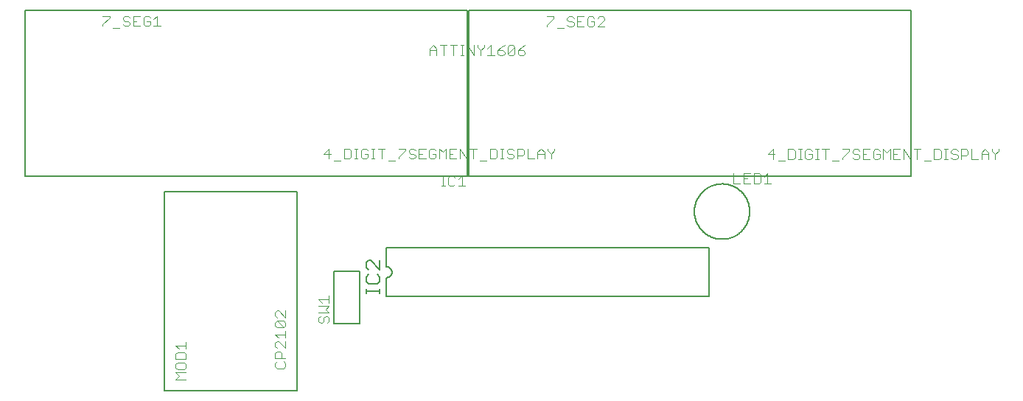
<source format=gbr>
G04 EAGLE Gerber RS-274X export*
G75*
%MOMM*%
%FSLAX34Y34*%
%LPD*%
%INSilkscreen Top*%
%IPPOS*%
%AMOC8*
5,1,8,0,0,1.08239X$1,22.5*%
G01*
%ADD10C,0.127000*%
%ADD11C,0.101600*%
%ADD12C,0.152400*%
%ADD13C,0.177800*%


D10*
X-4921Y800695D02*
X503079Y800695D01*
X503079Y610195D01*
X-4921Y610195D01*
X-4921Y800695D01*
D11*
X84487Y793847D02*
X92283Y793847D01*
X92283Y791898D01*
X84487Y784102D01*
X84487Y782153D01*
X96181Y780204D02*
X103977Y780204D01*
X115671Y791898D02*
X113722Y793847D01*
X109824Y793847D01*
X107875Y791898D01*
X107875Y789949D01*
X109824Y788000D01*
X113722Y788000D01*
X115671Y786051D01*
X115671Y784102D01*
X113722Y782153D01*
X109824Y782153D01*
X107875Y784102D01*
X119569Y793847D02*
X127365Y793847D01*
X119569Y793847D02*
X119569Y782153D01*
X127365Y782153D01*
X123467Y788000D02*
X119569Y788000D01*
X137110Y793847D02*
X139059Y791898D01*
X137110Y793847D02*
X133212Y793847D01*
X131263Y791898D01*
X131263Y784102D01*
X133212Y782153D01*
X137110Y782153D01*
X139059Y784102D01*
X139059Y788000D01*
X135161Y788000D01*
X142957Y789949D02*
X146855Y793847D01*
X146855Y782153D01*
X142957Y782153D02*
X150753Y782153D01*
X344334Y641447D02*
X344334Y629753D01*
X338487Y635600D02*
X344334Y641447D01*
X346283Y635600D02*
X338487Y635600D01*
X350181Y627804D02*
X357977Y627804D01*
X361875Y629753D02*
X361875Y641447D01*
X361875Y629753D02*
X367722Y629753D01*
X369671Y631702D01*
X369671Y639498D01*
X367722Y641447D01*
X361875Y641447D01*
X373569Y629753D02*
X377467Y629753D01*
X375518Y629753D02*
X375518Y641447D01*
X373569Y641447D02*
X377467Y641447D01*
X387212Y641447D02*
X389161Y639498D01*
X387212Y641447D02*
X383314Y641447D01*
X381365Y639498D01*
X381365Y631702D01*
X383314Y629753D01*
X387212Y629753D01*
X389161Y631702D01*
X389161Y635600D01*
X385263Y635600D01*
X393059Y629753D02*
X396957Y629753D01*
X395008Y629753D02*
X395008Y641447D01*
X393059Y641447D02*
X396957Y641447D01*
X404753Y641447D02*
X404753Y629753D01*
X400855Y641447D02*
X408651Y641447D01*
X412549Y627804D02*
X420345Y627804D01*
X424243Y641447D02*
X432039Y641447D01*
X432039Y639498D01*
X424243Y631702D01*
X424243Y629753D01*
X441784Y641447D02*
X443733Y639498D01*
X441784Y641447D02*
X437886Y641447D01*
X435937Y639498D01*
X435937Y637549D01*
X437886Y635600D01*
X441784Y635600D01*
X443733Y633651D01*
X443733Y631702D01*
X441784Y629753D01*
X437886Y629753D01*
X435937Y631702D01*
X447631Y641447D02*
X455427Y641447D01*
X447631Y641447D02*
X447631Y629753D01*
X455427Y629753D01*
X451529Y635600D02*
X447631Y635600D01*
X465172Y641447D02*
X467121Y639498D01*
X465172Y641447D02*
X461274Y641447D01*
X459325Y639498D01*
X459325Y631702D01*
X461274Y629753D01*
X465172Y629753D01*
X467121Y631702D01*
X467121Y635600D01*
X463223Y635600D01*
X471019Y629753D02*
X471019Y641447D01*
X474917Y637549D01*
X478815Y641447D01*
X478815Y629753D01*
X482713Y641447D02*
X490509Y641447D01*
X482713Y641447D02*
X482713Y629753D01*
X490509Y629753D01*
X486611Y635600D02*
X482713Y635600D01*
X494407Y629753D02*
X494407Y641447D01*
X502203Y629753D01*
X502203Y641447D01*
X509999Y641447D02*
X509999Y629753D01*
X506101Y641447D02*
X513897Y641447D01*
X517795Y627804D02*
X525590Y627804D01*
X529488Y629753D02*
X529488Y641447D01*
X529488Y629753D02*
X535335Y629753D01*
X537284Y631702D01*
X537284Y639498D01*
X535335Y641447D01*
X529488Y641447D01*
X541182Y629753D02*
X545080Y629753D01*
X543131Y629753D02*
X543131Y641447D01*
X541182Y641447D02*
X545080Y641447D01*
X554825Y641447D02*
X556774Y639498D01*
X554825Y641447D02*
X550927Y641447D01*
X548978Y639498D01*
X548978Y637549D01*
X550927Y635600D01*
X554825Y635600D01*
X556774Y633651D01*
X556774Y631702D01*
X554825Y629753D01*
X550927Y629753D01*
X548978Y631702D01*
X560672Y629753D02*
X560672Y641447D01*
X566519Y641447D01*
X568468Y639498D01*
X568468Y635600D01*
X566519Y633651D01*
X560672Y633651D01*
X572366Y629753D02*
X572366Y641447D01*
X572366Y629753D02*
X580162Y629753D01*
X584060Y629753D02*
X584060Y637549D01*
X587958Y641447D01*
X591856Y637549D01*
X591856Y629753D01*
X591856Y635600D02*
X584060Y635600D01*
X595754Y639498D02*
X595754Y641447D01*
X595754Y639498D02*
X599652Y635600D01*
X603550Y639498D01*
X603550Y641447D01*
X599652Y635600D02*
X599652Y629753D01*
D10*
X505087Y800171D02*
X1013087Y800171D01*
X1013087Y609671D01*
X505087Y609671D01*
X505087Y800171D01*
D11*
X594495Y793323D02*
X602291Y793323D01*
X602291Y791374D01*
X594495Y783578D01*
X594495Y781629D01*
X606189Y779680D02*
X613985Y779680D01*
X625679Y791374D02*
X623730Y793323D01*
X619832Y793323D01*
X617883Y791374D01*
X617883Y789425D01*
X619832Y787476D01*
X623730Y787476D01*
X625679Y785527D01*
X625679Y783578D01*
X623730Y781629D01*
X619832Y781629D01*
X617883Y783578D01*
X629577Y793323D02*
X637373Y793323D01*
X629577Y793323D02*
X629577Y781629D01*
X637373Y781629D01*
X633475Y787476D02*
X629577Y787476D01*
X647118Y793323D02*
X649067Y791374D01*
X647118Y793323D02*
X643220Y793323D01*
X641271Y791374D01*
X641271Y783578D01*
X643220Y781629D01*
X647118Y781629D01*
X649067Y783578D01*
X649067Y787476D01*
X645169Y787476D01*
X652965Y781629D02*
X660761Y781629D01*
X652965Y781629D02*
X660761Y789425D01*
X660761Y791374D01*
X658812Y793323D01*
X654914Y793323D01*
X652965Y791374D01*
X854342Y640923D02*
X854342Y629229D01*
X848495Y635076D02*
X854342Y640923D01*
X856291Y635076D02*
X848495Y635076D01*
X860189Y627280D02*
X867985Y627280D01*
X871883Y629229D02*
X871883Y640923D01*
X871883Y629229D02*
X877730Y629229D01*
X879679Y631178D01*
X879679Y638974D01*
X877730Y640923D01*
X871883Y640923D01*
X883577Y629229D02*
X887475Y629229D01*
X885526Y629229D02*
X885526Y640923D01*
X883577Y640923D02*
X887475Y640923D01*
X897220Y640923D02*
X899169Y638974D01*
X897220Y640923D02*
X893322Y640923D01*
X891373Y638974D01*
X891373Y631178D01*
X893322Y629229D01*
X897220Y629229D01*
X899169Y631178D01*
X899169Y635076D01*
X895271Y635076D01*
X903067Y629229D02*
X906965Y629229D01*
X905016Y629229D02*
X905016Y640923D01*
X903067Y640923D02*
X906965Y640923D01*
X914761Y640923D02*
X914761Y629229D01*
X910863Y640923D02*
X918659Y640923D01*
X922557Y627280D02*
X930353Y627280D01*
X934251Y640923D02*
X942047Y640923D01*
X942047Y638974D01*
X934251Y631178D01*
X934251Y629229D01*
X951792Y640923D02*
X953741Y638974D01*
X951792Y640923D02*
X947894Y640923D01*
X945945Y638974D01*
X945945Y637025D01*
X947894Y635076D01*
X951792Y635076D01*
X953741Y633127D01*
X953741Y631178D01*
X951792Y629229D01*
X947894Y629229D01*
X945945Y631178D01*
X957639Y640923D02*
X965435Y640923D01*
X957639Y640923D02*
X957639Y629229D01*
X965435Y629229D01*
X961537Y635076D02*
X957639Y635076D01*
X975180Y640923D02*
X977129Y638974D01*
X975180Y640923D02*
X971282Y640923D01*
X969333Y638974D01*
X969333Y631178D01*
X971282Y629229D01*
X975180Y629229D01*
X977129Y631178D01*
X977129Y635076D01*
X973231Y635076D01*
X981027Y629229D02*
X981027Y640923D01*
X984925Y637025D01*
X988823Y640923D01*
X988823Y629229D01*
X992721Y640923D02*
X1000517Y640923D01*
X992721Y640923D02*
X992721Y629229D01*
X1000517Y629229D01*
X996619Y635076D02*
X992721Y635076D01*
X1004415Y629229D02*
X1004415Y640923D01*
X1012211Y629229D01*
X1012211Y640923D01*
X1020007Y640923D02*
X1020007Y629229D01*
X1016109Y640923D02*
X1023905Y640923D01*
X1027803Y627280D02*
X1035598Y627280D01*
X1039496Y629229D02*
X1039496Y640923D01*
X1039496Y629229D02*
X1045343Y629229D01*
X1047292Y631178D01*
X1047292Y638974D01*
X1045343Y640923D01*
X1039496Y640923D01*
X1051190Y629229D02*
X1055088Y629229D01*
X1053139Y629229D02*
X1053139Y640923D01*
X1051190Y640923D02*
X1055088Y640923D01*
X1064833Y640923D02*
X1066782Y638974D01*
X1064833Y640923D02*
X1060935Y640923D01*
X1058986Y638974D01*
X1058986Y637025D01*
X1060935Y635076D01*
X1064833Y635076D01*
X1066782Y633127D01*
X1066782Y631178D01*
X1064833Y629229D01*
X1060935Y629229D01*
X1058986Y631178D01*
X1070680Y629229D02*
X1070680Y640923D01*
X1076527Y640923D01*
X1078476Y638974D01*
X1078476Y635076D01*
X1076527Y633127D01*
X1070680Y633127D01*
X1082374Y629229D02*
X1082374Y640923D01*
X1082374Y629229D02*
X1090170Y629229D01*
X1094068Y629229D02*
X1094068Y637025D01*
X1097966Y640923D01*
X1101864Y637025D01*
X1101864Y629229D01*
X1101864Y635076D02*
X1094068Y635076D01*
X1105762Y638974D02*
X1105762Y640923D01*
X1105762Y638974D02*
X1109660Y635076D01*
X1113558Y638974D01*
X1113558Y640923D01*
X1109660Y635076D02*
X1109660Y629229D01*
D12*
X410380Y493420D02*
X410380Y471830D01*
X410380Y493420D02*
X410538Y493422D01*
X410697Y493428D01*
X410855Y493438D01*
X411012Y493452D01*
X411170Y493469D01*
X411326Y493491D01*
X411483Y493516D01*
X411638Y493546D01*
X411793Y493579D01*
X411947Y493616D01*
X412100Y493657D01*
X412252Y493702D01*
X412402Y493751D01*
X412552Y493803D01*
X412700Y493859D01*
X412847Y493919D01*
X412992Y493982D01*
X413135Y494049D01*
X413277Y494119D01*
X413417Y494193D01*
X413555Y494271D01*
X413691Y494352D01*
X413825Y494436D01*
X413957Y494523D01*
X414087Y494614D01*
X414214Y494708D01*
X414339Y494805D01*
X414462Y494906D01*
X414582Y495009D01*
X414699Y495115D01*
X414814Y495224D01*
X414926Y495336D01*
X415035Y495451D01*
X415141Y495568D01*
X415244Y495688D01*
X415345Y495811D01*
X415442Y495936D01*
X415536Y496063D01*
X415627Y496193D01*
X415714Y496325D01*
X415798Y496459D01*
X415879Y496595D01*
X415957Y496733D01*
X416031Y496873D01*
X416101Y497015D01*
X416168Y497158D01*
X416231Y497303D01*
X416291Y497450D01*
X416347Y497598D01*
X416399Y497748D01*
X416448Y497898D01*
X416493Y498050D01*
X416534Y498203D01*
X416571Y498357D01*
X416604Y498512D01*
X416634Y498667D01*
X416659Y498824D01*
X416681Y498980D01*
X416698Y499138D01*
X416712Y499295D01*
X416722Y499453D01*
X416728Y499612D01*
X416730Y499770D01*
X416728Y499928D01*
X416722Y500087D01*
X416712Y500245D01*
X416698Y500402D01*
X416681Y500560D01*
X416659Y500716D01*
X416634Y500873D01*
X416604Y501028D01*
X416571Y501183D01*
X416534Y501337D01*
X416493Y501490D01*
X416448Y501642D01*
X416399Y501792D01*
X416347Y501942D01*
X416291Y502090D01*
X416231Y502237D01*
X416168Y502382D01*
X416101Y502525D01*
X416031Y502667D01*
X415957Y502807D01*
X415879Y502945D01*
X415798Y503081D01*
X415714Y503215D01*
X415627Y503347D01*
X415536Y503477D01*
X415442Y503604D01*
X415345Y503729D01*
X415244Y503852D01*
X415141Y503972D01*
X415035Y504089D01*
X414926Y504204D01*
X414814Y504316D01*
X414699Y504425D01*
X414582Y504531D01*
X414462Y504634D01*
X414339Y504735D01*
X414214Y504832D01*
X414087Y504926D01*
X413957Y505017D01*
X413825Y505104D01*
X413691Y505188D01*
X413555Y505269D01*
X413417Y505347D01*
X413277Y505421D01*
X413135Y505491D01*
X412992Y505558D01*
X412847Y505621D01*
X412700Y505681D01*
X412552Y505737D01*
X412402Y505789D01*
X412252Y505838D01*
X412100Y505883D01*
X411947Y505924D01*
X411793Y505961D01*
X411638Y505994D01*
X411483Y506024D01*
X411326Y506049D01*
X411170Y506071D01*
X411012Y506088D01*
X410855Y506102D01*
X410697Y506112D01*
X410538Y506118D01*
X410380Y506120D01*
X410380Y471830D02*
X781220Y471830D01*
X410380Y506120D02*
X410380Y527710D01*
X781220Y527710D01*
X781220Y471830D01*
D13*
X402887Y475259D02*
X402887Y480598D01*
X402887Y477928D02*
X386871Y477928D01*
X386871Y475259D02*
X386871Y480598D01*
X386871Y494181D02*
X389541Y496851D01*
X386871Y494181D02*
X386871Y488843D01*
X389541Y486173D01*
X400218Y486173D01*
X402887Y488843D01*
X402887Y494181D01*
X400218Y496851D01*
X402887Y502545D02*
X402887Y513222D01*
X402887Y502545D02*
X392210Y513222D01*
X389541Y513222D01*
X386871Y510553D01*
X386871Y505214D01*
X389541Y502545D01*
D10*
X764160Y569220D02*
X764170Y569999D01*
X764198Y570778D01*
X764246Y571556D01*
X764313Y572332D01*
X764399Y573107D01*
X764504Y573879D01*
X764627Y574648D01*
X764770Y575414D01*
X764931Y576176D01*
X765112Y576935D01*
X765310Y577688D01*
X765527Y578437D01*
X765762Y579179D01*
X766016Y579916D01*
X766287Y580647D01*
X766577Y581370D01*
X766884Y582086D01*
X767208Y582795D01*
X767550Y583495D01*
X767909Y584187D01*
X768285Y584870D01*
X768677Y585543D01*
X769086Y586206D01*
X769511Y586859D01*
X769952Y587502D01*
X770408Y588133D01*
X770880Y588754D01*
X771367Y589362D01*
X771869Y589958D01*
X772385Y590542D01*
X772915Y591113D01*
X773459Y591671D01*
X774017Y592215D01*
X774588Y592745D01*
X775172Y593261D01*
X775768Y593763D01*
X776376Y594250D01*
X776997Y594722D01*
X777628Y595178D01*
X778271Y595619D01*
X778924Y596044D01*
X779587Y596453D01*
X780260Y596845D01*
X780943Y597221D01*
X781635Y597580D01*
X782335Y597922D01*
X783044Y598246D01*
X783760Y598553D01*
X784483Y598843D01*
X785214Y599114D01*
X785951Y599368D01*
X786693Y599603D01*
X787442Y599820D01*
X788195Y600018D01*
X788954Y600199D01*
X789716Y600360D01*
X790482Y600503D01*
X791251Y600626D01*
X792023Y600731D01*
X792798Y600817D01*
X793574Y600884D01*
X794352Y600932D01*
X795131Y600960D01*
X795910Y600970D01*
X796689Y600960D01*
X797468Y600932D01*
X798246Y600884D01*
X799022Y600817D01*
X799797Y600731D01*
X800569Y600626D01*
X801338Y600503D01*
X802104Y600360D01*
X802866Y600199D01*
X803625Y600018D01*
X804378Y599820D01*
X805127Y599603D01*
X805869Y599368D01*
X806606Y599114D01*
X807337Y598843D01*
X808060Y598553D01*
X808776Y598246D01*
X809485Y597922D01*
X810185Y597580D01*
X810877Y597221D01*
X811560Y596845D01*
X812233Y596453D01*
X812896Y596044D01*
X813549Y595619D01*
X814192Y595178D01*
X814823Y594722D01*
X815444Y594250D01*
X816052Y593763D01*
X816648Y593261D01*
X817232Y592745D01*
X817803Y592215D01*
X818361Y591671D01*
X818905Y591113D01*
X819435Y590542D01*
X819951Y589958D01*
X820453Y589362D01*
X820940Y588754D01*
X821412Y588133D01*
X821868Y587502D01*
X822309Y586859D01*
X822734Y586206D01*
X823143Y585543D01*
X823535Y584870D01*
X823911Y584187D01*
X824270Y583495D01*
X824612Y582795D01*
X824936Y582086D01*
X825243Y581370D01*
X825533Y580647D01*
X825804Y579916D01*
X826058Y579179D01*
X826293Y578437D01*
X826510Y577688D01*
X826708Y576935D01*
X826889Y576176D01*
X827050Y575414D01*
X827193Y574648D01*
X827316Y573879D01*
X827421Y573107D01*
X827507Y572332D01*
X827574Y571556D01*
X827622Y570778D01*
X827650Y569999D01*
X827660Y569220D01*
X827650Y568441D01*
X827622Y567662D01*
X827574Y566884D01*
X827507Y566108D01*
X827421Y565333D01*
X827316Y564561D01*
X827193Y563792D01*
X827050Y563026D01*
X826889Y562264D01*
X826708Y561505D01*
X826510Y560752D01*
X826293Y560003D01*
X826058Y559261D01*
X825804Y558524D01*
X825533Y557793D01*
X825243Y557070D01*
X824936Y556354D01*
X824612Y555645D01*
X824270Y554945D01*
X823911Y554253D01*
X823535Y553570D01*
X823143Y552897D01*
X822734Y552234D01*
X822309Y551581D01*
X821868Y550938D01*
X821412Y550307D01*
X820940Y549686D01*
X820453Y549078D01*
X819951Y548482D01*
X819435Y547898D01*
X818905Y547327D01*
X818361Y546769D01*
X817803Y546225D01*
X817232Y545695D01*
X816648Y545179D01*
X816052Y544677D01*
X815444Y544190D01*
X814823Y543718D01*
X814192Y543262D01*
X813549Y542821D01*
X812896Y542396D01*
X812233Y541987D01*
X811560Y541595D01*
X810877Y541219D01*
X810185Y540860D01*
X809485Y540518D01*
X808776Y540194D01*
X808060Y539887D01*
X807337Y539597D01*
X806606Y539326D01*
X805869Y539072D01*
X805127Y538837D01*
X804378Y538620D01*
X803625Y538422D01*
X802866Y538241D01*
X802104Y538080D01*
X801338Y537937D01*
X800569Y537814D01*
X799797Y537709D01*
X799022Y537623D01*
X798246Y537556D01*
X797468Y537508D01*
X796689Y537480D01*
X795910Y537470D01*
X795131Y537480D01*
X794352Y537508D01*
X793574Y537556D01*
X792798Y537623D01*
X792023Y537709D01*
X791251Y537814D01*
X790482Y537937D01*
X789716Y538080D01*
X788954Y538241D01*
X788195Y538422D01*
X787442Y538620D01*
X786693Y538837D01*
X785951Y539072D01*
X785214Y539326D01*
X784483Y539597D01*
X783760Y539887D01*
X783044Y540194D01*
X782335Y540518D01*
X781635Y540860D01*
X780943Y541219D01*
X780260Y541595D01*
X779587Y541987D01*
X778924Y542396D01*
X778271Y542821D01*
X777628Y543262D01*
X776997Y543718D01*
X776376Y544190D01*
X775768Y544677D01*
X775172Y545179D01*
X774588Y545695D01*
X774017Y546225D01*
X773459Y546769D01*
X772915Y547327D01*
X772385Y547898D01*
X771869Y548482D01*
X771367Y549078D01*
X770880Y549686D01*
X770408Y550307D01*
X769952Y550938D01*
X769511Y551581D01*
X769086Y552234D01*
X768677Y552897D01*
X768285Y553570D01*
X767909Y554253D01*
X767550Y554945D01*
X767208Y555645D01*
X766884Y556354D01*
X766577Y557070D01*
X766287Y557793D01*
X766016Y558524D01*
X765762Y559261D01*
X765527Y560003D01*
X765310Y560752D01*
X765112Y561505D01*
X764931Y562264D01*
X764770Y563026D01*
X764627Y563792D01*
X764504Y564561D01*
X764399Y565333D01*
X764313Y566108D01*
X764246Y566884D01*
X764198Y567662D01*
X764170Y568441D01*
X764160Y569220D01*
D11*
X809118Y601478D02*
X809118Y613172D01*
X809118Y601478D02*
X816914Y601478D01*
X820812Y613172D02*
X828608Y613172D01*
X820812Y613172D02*
X820812Y601478D01*
X828608Y601478D01*
X824710Y607325D02*
X820812Y607325D01*
X832506Y613172D02*
X832506Y601478D01*
X838353Y601478D01*
X840302Y603427D01*
X840302Y611223D01*
X838353Y613172D01*
X832506Y613172D01*
X844200Y609274D02*
X848098Y613172D01*
X848098Y601478D01*
X844200Y601478D02*
X851996Y601478D01*
D10*
X379730Y440690D02*
X349730Y440690D01*
X349730Y500690D01*
X379730Y500690D01*
X379730Y440690D01*
D11*
X334477Y448994D02*
X332528Y447045D01*
X332528Y443147D01*
X334477Y441198D01*
X336426Y441198D01*
X338375Y443147D01*
X338375Y447045D01*
X340324Y448994D01*
X342273Y448994D01*
X344222Y447045D01*
X344222Y443147D01*
X342273Y441198D01*
X344222Y452892D02*
X332528Y452892D01*
X340324Y456790D02*
X344222Y452892D01*
X340324Y456790D02*
X344222Y460688D01*
X332528Y460688D01*
X336426Y464586D02*
X332528Y468484D01*
X344222Y468484D01*
X344222Y464586D02*
X344222Y472382D01*
D10*
X307340Y363220D02*
X154940Y363220D01*
X154940Y591820D01*
X307340Y591820D01*
X307340Y363220D01*
D11*
X179832Y376428D02*
X168138Y376428D01*
X172036Y380326D01*
X168138Y384224D01*
X179832Y384224D01*
X168138Y390071D02*
X168138Y393969D01*
X168138Y390071D02*
X170087Y388122D01*
X177883Y388122D01*
X179832Y390071D01*
X179832Y393969D01*
X177883Y395918D01*
X170087Y395918D01*
X168138Y393969D01*
X168138Y399816D02*
X179832Y399816D01*
X179832Y405663D01*
X177883Y407612D01*
X170087Y407612D01*
X168138Y405663D01*
X168138Y399816D01*
X172036Y411510D02*
X168138Y415408D01*
X179832Y415408D01*
X179832Y411510D02*
X179832Y419306D01*
X282438Y394975D02*
X284387Y396924D01*
X282438Y394975D02*
X282438Y391077D01*
X284387Y389128D01*
X292183Y389128D01*
X294132Y391077D01*
X294132Y394975D01*
X292183Y396924D01*
X294132Y400822D02*
X282438Y400822D01*
X282438Y406669D01*
X284387Y408618D01*
X288285Y408618D01*
X290234Y406669D01*
X290234Y400822D01*
X294132Y412516D02*
X294132Y420312D01*
X294132Y412516D02*
X286336Y420312D01*
X284387Y420312D01*
X282438Y418363D01*
X282438Y414465D01*
X284387Y412516D01*
X286336Y424210D02*
X282438Y428108D01*
X294132Y428108D01*
X294132Y424210D02*
X294132Y432006D01*
X292183Y435904D02*
X284387Y435904D01*
X282438Y437853D01*
X282438Y441751D01*
X284387Y443700D01*
X292183Y443700D01*
X294132Y441751D01*
X294132Y437853D01*
X292183Y435904D01*
X284387Y443700D01*
X294132Y447598D02*
X294132Y455394D01*
X294132Y447598D02*
X286336Y455394D01*
X284387Y455394D01*
X282438Y453445D01*
X282438Y449547D01*
X284387Y447598D01*
X473514Y598678D02*
X477412Y598678D01*
X475463Y598678D02*
X475463Y610372D01*
X473514Y610372D02*
X477412Y610372D01*
X487157Y610372D02*
X489106Y608423D01*
X487157Y610372D02*
X483259Y610372D01*
X481310Y608423D01*
X481310Y600627D01*
X483259Y598678D01*
X487157Y598678D01*
X489106Y600627D01*
X493004Y606474D02*
X496902Y610372D01*
X496902Y598678D01*
X493004Y598678D02*
X500800Y598678D01*
X460248Y748538D02*
X460248Y756334D01*
X464146Y760232D01*
X468044Y756334D01*
X468044Y748538D01*
X468044Y754385D02*
X460248Y754385D01*
X475840Y748538D02*
X475840Y760232D01*
X471942Y760232D02*
X479738Y760232D01*
X487534Y760232D02*
X487534Y748538D01*
X483636Y760232D02*
X491432Y760232D01*
X495330Y748538D02*
X499228Y748538D01*
X497279Y748538D02*
X497279Y760232D01*
X495330Y760232D02*
X499228Y760232D01*
X503126Y760232D02*
X503126Y748538D01*
X510922Y748538D02*
X503126Y760232D01*
X510922Y760232D02*
X510922Y748538D01*
X514820Y758283D02*
X514820Y760232D01*
X514820Y758283D02*
X518718Y754385D01*
X522616Y758283D01*
X522616Y760232D01*
X518718Y754385D02*
X518718Y748538D01*
X526514Y756334D02*
X530412Y760232D01*
X530412Y748538D01*
X526514Y748538D02*
X534310Y748538D01*
X542106Y758283D02*
X546004Y760232D01*
X542106Y758283D02*
X538208Y754385D01*
X538208Y750487D01*
X540157Y748538D01*
X544055Y748538D01*
X546004Y750487D01*
X546004Y752436D01*
X544055Y754385D01*
X538208Y754385D01*
X549902Y750487D02*
X549902Y758283D01*
X551851Y760232D01*
X555749Y760232D01*
X557698Y758283D01*
X557698Y750487D01*
X555749Y748538D01*
X551851Y748538D01*
X549902Y750487D01*
X557698Y758283D01*
X565494Y758283D02*
X569392Y760232D01*
X565494Y758283D02*
X561596Y754385D01*
X561596Y750487D01*
X563545Y748538D01*
X567443Y748538D01*
X569392Y750487D01*
X569392Y752436D01*
X567443Y754385D01*
X561596Y754385D01*
M02*

</source>
